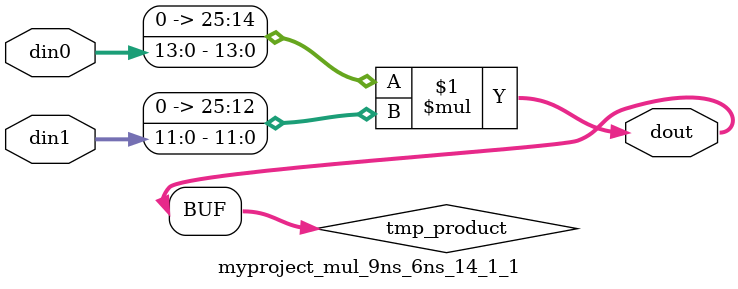
<source format=v>

`timescale 1 ns / 1 ps

 module myproject_mul_9ns_6ns_14_1_1(din0, din1, dout);
parameter ID = 1;
parameter NUM_STAGE = 0;
parameter din0_WIDTH = 14;
parameter din1_WIDTH = 12;
parameter dout_WIDTH = 26;

input [din0_WIDTH - 1 : 0] din0; 
input [din1_WIDTH - 1 : 0] din1; 
output [dout_WIDTH - 1 : 0] dout;

wire signed [dout_WIDTH - 1 : 0] tmp_product;
























assign tmp_product = $signed({1'b0, din0}) * $signed({1'b0, din1});











assign dout = tmp_product;





















endmodule

</source>
